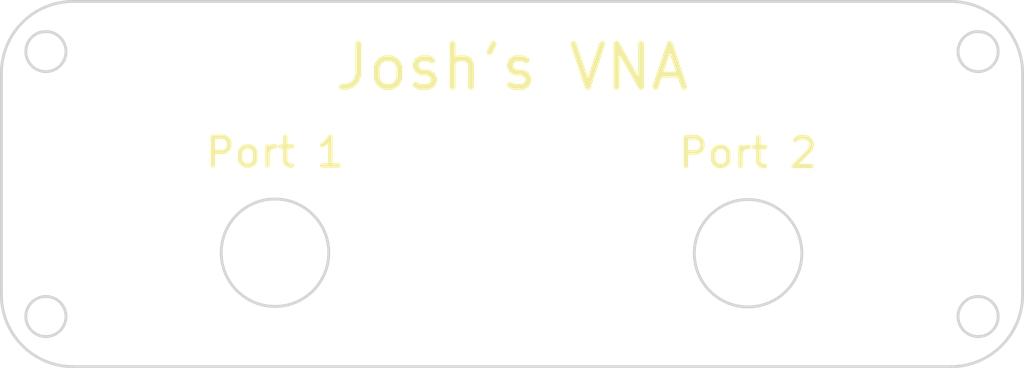
<source format=kicad_pcb>
(kicad_pcb (version 20171130) (host pcbnew "(5.1.0)-1")

  (general
    (thickness 1.6)
    (drawings 17)
    (tracks 0)
    (zones 0)
    (modules 0)
    (nets 1)
  )

  (page A4)
  (layers
    (0 F.Cu signal)
    (31 B.Cu signal)
    (32 B.Adhes user)
    (33 F.Adhes user)
    (34 B.Paste user)
    (35 F.Paste user)
    (36 B.SilkS user)
    (37 F.SilkS user)
    (38 B.Mask user)
    (39 F.Mask user)
    (40 Dwgs.User user)
    (41 Cmts.User user)
    (42 Eco1.User user)
    (43 Eco2.User user)
    (44 Edge.Cuts user)
    (45 Margin user)
    (46 B.CrtYd user)
    (47 F.CrtYd user)
    (48 B.Fab user)
    (49 F.Fab user)
  )

  (setup
    (last_trace_width 0.25)
    (trace_clearance 0.2)
    (zone_clearance 0.508)
    (zone_45_only no)
    (trace_min 0.2)
    (via_size 0.8)
    (via_drill 0.4)
    (via_min_size 0.4)
    (via_min_drill 0.3)
    (uvia_size 0.3)
    (uvia_drill 0.1)
    (uvias_allowed no)
    (uvia_min_size 0.2)
    (uvia_min_drill 0.1)
    (edge_width 0.05)
    (segment_width 0.2)
    (pcb_text_width 0.3)
    (pcb_text_size 1.5 1.5)
    (mod_edge_width 0.12)
    (mod_text_size 1 1)
    (mod_text_width 0.15)
    (pad_size 1.524 1.524)
    (pad_drill 0.762)
    (pad_to_mask_clearance 0.051)
    (solder_mask_min_width 0.25)
    (aux_axis_origin 0 0)
    (visible_elements 7FFFFFFF)
    (pcbplotparams
      (layerselection 0x010fc_ffffffff)
      (usegerberextensions false)
      (usegerberattributes false)
      (usegerberadvancedattributes false)
      (creategerberjobfile false)
      (excludeedgelayer true)
      (linewidth 0.100000)
      (plotframeref false)
      (viasonmask false)
      (mode 1)
      (useauxorigin false)
      (hpglpennumber 1)
      (hpglpenspeed 20)
      (hpglpendiameter 15.000000)
      (psnegative false)
      (psa4output false)
      (plotreference true)
      (plotvalue true)
      (plotinvisibletext false)
      (padsonsilk false)
      (subtractmaskfromsilk false)
      (outputformat 1)
      (mirror false)
      (drillshape 0)
      (scaleselection 1)
      (outputdirectory "gerbers/"))
  )

  (net 0 "")

  (net_class Default "This is the default net class."
    (clearance 0.2)
    (trace_width 0.25)
    (via_dia 0.8)
    (via_drill 0.4)
    (uvia_dia 0.3)
    (uvia_drill 0.1)
  )

  (gr_text "Josh's VNA" (at 136.6 95.6) (layer F.SilkS)
    (effects (font (size 3 3) (thickness 0.4)))
  )
  (gr_text "Port 2" (at 153.059809 101.57981) (layer F.SilkS) (tstamp 5CBA3E35)
    (effects (font (size 2 2) (thickness 0.3)))
  )
  (gr_text "Port 1" (at 120.074809 101.544811) (layer F.SilkS)
    (effects (font (size 2 2) (thickness 0.3)))
  )
  (gr_arc (start 106 96.000001) (end 106 91.000001) (angle -90) (layer Edge.Cuts) (width 0.2))
  (gr_arc (start 167.2 96.000001) (end 172.2 96.000001) (angle -90) (layer Edge.Cuts) (width 0.2))
  (gr_arc (start 167.2 111.5) (end 167.2 116.5) (angle -90) (layer Edge.Cuts) (width 0.2))
  (gr_line (start 106 91.000001) (end 167.2 91.000001) (layer Edge.Cuts) (width 0.2))
  (gr_circle (center 169.1 113) (end 169.1 114.4) (layer Edge.Cuts) (width 0.2))
  (gr_line (start 101 111.5) (end 101 96.000001) (layer Edge.Cuts) (width 0.2))
  (gr_circle (center 153.059809 108.57981) (end 153.059809 112.329809) (layer Edge.Cuts) (width 0.2) (tstamp 5CBA3E3D))
  (gr_circle (center 169.1 94.500001) (end 169.1 95.900001) (layer Edge.Cuts) (width 0.2))
  (gr_line (start 167.2 116.5) (end 106 116.5) (layer Edge.Cuts) (width 0.2))
  (gr_circle (center 120.074809 108.544811) (end 120.074809 112.29481) (layer Edge.Cuts) (width 0.2) (tstamp 5CBA3E53))
  (gr_circle (center 104.1 113) (end 104.1 114.4) (layer Edge.Cuts) (width 0.2))
  (gr_circle (center 104.1 94.500001) (end 104.1 95.900001) (layer Edge.Cuts) (width 0.2))
  (gr_line (start 172.2 96.000001) (end 172.2 111.5) (layer Edge.Cuts) (width 0.2))
  (gr_arc (start 106 111.5) (end 101 111.5) (angle -90) (layer Edge.Cuts) (width 0.2))

)

</source>
